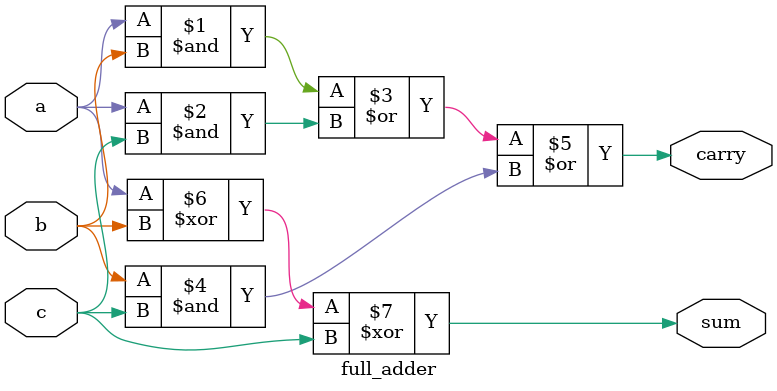
<source format=v>
module full_adder(input wire a,b,c,
	output wire sum,carry);
	       assign carry=(a&b) | (a&c) | (b&c);
	       assign sum=(a^b^c);
endmodule

</source>
